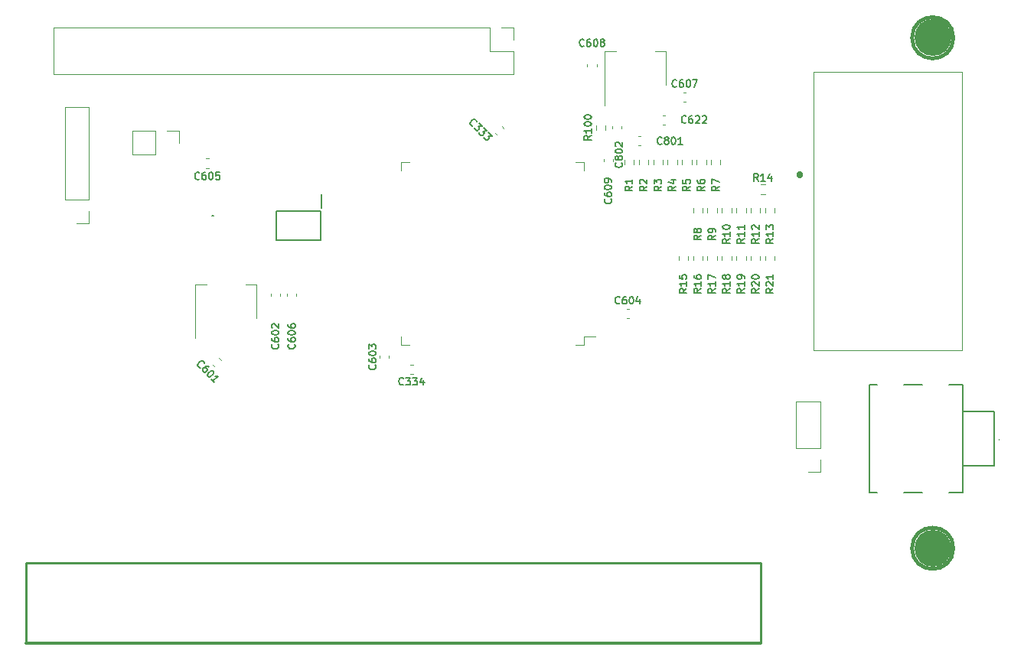
<source format=gbr>
%TF.GenerationSoftware,KiCad,Pcbnew,(6.0.5)*%
%TF.CreationDate,2023-02-09T13:46:23+02:00*%
%TF.ProjectId,minifp,6d696e69-6670-42e6-9b69-6361645f7063,rev?*%
%TF.SameCoordinates,Original*%
%TF.FileFunction,Legend,Top*%
%TF.FilePolarity,Positive*%
%FSLAX46Y46*%
G04 Gerber Fmt 4.6, Leading zero omitted, Abs format (unit mm)*
G04 Created by KiCad (PCBNEW (6.0.5)) date 2023-02-09 13:46:23*
%MOMM*%
%LPD*%
G01*
G04 APERTURE LIST*
%ADD10C,0.150000*%
%ADD11C,0.200000*%
%ADD12C,0.100000*%
%ADD13C,0.700000*%
%ADD14C,0.120000*%
%ADD15C,0.381000*%
%ADD16C,0.304800*%
%ADD17C,0.254000*%
%ADD18C,4.064000*%
G04 APERTURE END LIST*
D10*
%TO.C,R12*%
X190461904Y-109064285D02*
X190080952Y-109330952D01*
X190461904Y-109521428D02*
X189661904Y-109521428D01*
X189661904Y-109216666D01*
X189700000Y-109140476D01*
X189738095Y-109102380D01*
X189814285Y-109064285D01*
X189928571Y-109064285D01*
X190004761Y-109102380D01*
X190042857Y-109140476D01*
X190080952Y-109216666D01*
X190080952Y-109521428D01*
X190461904Y-108302380D02*
X190461904Y-108759523D01*
X190461904Y-108530952D02*
X189661904Y-108530952D01*
X189776190Y-108607142D01*
X189852380Y-108683333D01*
X189890476Y-108759523D01*
X189738095Y-107997619D02*
X189700000Y-107959523D01*
X189661904Y-107883333D01*
X189661904Y-107692857D01*
X189700000Y-107616666D01*
X189738095Y-107578571D01*
X189814285Y-107540476D01*
X189890476Y-107540476D01*
X190004761Y-107578571D01*
X190461904Y-108035714D01*
X190461904Y-107540476D01*
%TO.C,R9*%
X185661904Y-108683333D02*
X185280952Y-108950000D01*
X185661904Y-109140476D02*
X184861904Y-109140476D01*
X184861904Y-108835714D01*
X184900000Y-108759523D01*
X184938095Y-108721428D01*
X185014285Y-108683333D01*
X185128571Y-108683333D01*
X185204761Y-108721428D01*
X185242857Y-108759523D01*
X185280952Y-108835714D01*
X185280952Y-109140476D01*
X185661904Y-108302380D02*
X185661904Y-108150000D01*
X185623809Y-108073809D01*
X185585714Y-108035714D01*
X185471428Y-107959523D01*
X185319047Y-107921428D01*
X185014285Y-107921428D01*
X184938095Y-107959523D01*
X184900000Y-107997619D01*
X184861904Y-108073809D01*
X184861904Y-108226190D01*
X184900000Y-108302380D01*
X184938095Y-108340476D01*
X185014285Y-108378571D01*
X185204761Y-108378571D01*
X185280952Y-108340476D01*
X185319047Y-108302380D01*
X185357142Y-108226190D01*
X185357142Y-108073809D01*
X185319047Y-107997619D01*
X185280952Y-107959523D01*
X185204761Y-107921428D01*
%TO.C,R100*%
X171931904Y-97645238D02*
X171550952Y-97911904D01*
X171931904Y-98102380D02*
X171131904Y-98102380D01*
X171131904Y-97797619D01*
X171170000Y-97721428D01*
X171208095Y-97683333D01*
X171284285Y-97645238D01*
X171398571Y-97645238D01*
X171474761Y-97683333D01*
X171512857Y-97721428D01*
X171550952Y-97797619D01*
X171550952Y-98102380D01*
X171931904Y-96883333D02*
X171931904Y-97340476D01*
X171931904Y-97111904D02*
X171131904Y-97111904D01*
X171246190Y-97188095D01*
X171322380Y-97264285D01*
X171360476Y-97340476D01*
X171131904Y-96388095D02*
X171131904Y-96311904D01*
X171170000Y-96235714D01*
X171208095Y-96197619D01*
X171284285Y-96159523D01*
X171436666Y-96121428D01*
X171627142Y-96121428D01*
X171779523Y-96159523D01*
X171855714Y-96197619D01*
X171893809Y-96235714D01*
X171931904Y-96311904D01*
X171931904Y-96388095D01*
X171893809Y-96464285D01*
X171855714Y-96502380D01*
X171779523Y-96540476D01*
X171627142Y-96578571D01*
X171436666Y-96578571D01*
X171284285Y-96540476D01*
X171208095Y-96502380D01*
X171170000Y-96464285D01*
X171131904Y-96388095D01*
X171131904Y-95626190D02*
X171131904Y-95550000D01*
X171170000Y-95473809D01*
X171208095Y-95435714D01*
X171284285Y-95397619D01*
X171436666Y-95359523D01*
X171627142Y-95359523D01*
X171779523Y-95397619D01*
X171855714Y-95435714D01*
X171893809Y-95473809D01*
X171931904Y-95550000D01*
X171931904Y-95626190D01*
X171893809Y-95702380D01*
X171855714Y-95740476D01*
X171779523Y-95778571D01*
X171627142Y-95816666D01*
X171436666Y-95816666D01*
X171284285Y-95778571D01*
X171208095Y-95740476D01*
X171170000Y-95702380D01*
X171131904Y-95626190D01*
%TO.C,C603*%
X148035714Y-123045238D02*
X148073809Y-123083333D01*
X148111904Y-123197619D01*
X148111904Y-123273809D01*
X148073809Y-123388095D01*
X147997619Y-123464285D01*
X147921428Y-123502380D01*
X147769047Y-123540476D01*
X147654761Y-123540476D01*
X147502380Y-123502380D01*
X147426190Y-123464285D01*
X147350000Y-123388095D01*
X147311904Y-123273809D01*
X147311904Y-123197619D01*
X147350000Y-123083333D01*
X147388095Y-123045238D01*
X147311904Y-122359523D02*
X147311904Y-122511904D01*
X147350000Y-122588095D01*
X147388095Y-122626190D01*
X147502380Y-122702380D01*
X147654761Y-122740476D01*
X147959523Y-122740476D01*
X148035714Y-122702380D01*
X148073809Y-122664285D01*
X148111904Y-122588095D01*
X148111904Y-122435714D01*
X148073809Y-122359523D01*
X148035714Y-122321428D01*
X147959523Y-122283333D01*
X147769047Y-122283333D01*
X147692857Y-122321428D01*
X147654761Y-122359523D01*
X147616666Y-122435714D01*
X147616666Y-122588095D01*
X147654761Y-122664285D01*
X147692857Y-122702380D01*
X147769047Y-122740476D01*
X147311904Y-121788095D02*
X147311904Y-121711904D01*
X147350000Y-121635714D01*
X147388095Y-121597619D01*
X147464285Y-121559523D01*
X147616666Y-121521428D01*
X147807142Y-121521428D01*
X147959523Y-121559523D01*
X148035714Y-121597619D01*
X148073809Y-121635714D01*
X148111904Y-121711904D01*
X148111904Y-121788095D01*
X148073809Y-121864285D01*
X148035714Y-121902380D01*
X147959523Y-121940476D01*
X147807142Y-121978571D01*
X147616666Y-121978571D01*
X147464285Y-121940476D01*
X147388095Y-121902380D01*
X147350000Y-121864285D01*
X147311904Y-121788095D01*
X147311904Y-121254761D02*
X147311904Y-120759523D01*
X147616666Y-121026190D01*
X147616666Y-120911904D01*
X147654761Y-120835714D01*
X147692857Y-120797619D01*
X147769047Y-120759523D01*
X147959523Y-120759523D01*
X148035714Y-120797619D01*
X148073809Y-120835714D01*
X148111904Y-120911904D01*
X148111904Y-121140476D01*
X148073809Y-121216666D01*
X148035714Y-121254761D01*
%TO.C,C601*%
X128664940Y-123319001D02*
X128611065Y-123319001D01*
X128503316Y-123265126D01*
X128449441Y-123211251D01*
X128395566Y-123103502D01*
X128395566Y-122995752D01*
X128422503Y-122914940D01*
X128503316Y-122780253D01*
X128584128Y-122699441D01*
X128718815Y-122618629D01*
X128799627Y-122591691D01*
X128907377Y-122591691D01*
X129015126Y-122645566D01*
X129069001Y-122699441D01*
X129122876Y-122807190D01*
X129122876Y-122861065D01*
X129661624Y-123292064D02*
X129553874Y-123184314D01*
X129473062Y-123157377D01*
X129419187Y-123157377D01*
X129284500Y-123184314D01*
X129149813Y-123265126D01*
X128934314Y-123480625D01*
X128907377Y-123561438D01*
X128907377Y-123615312D01*
X128934314Y-123696125D01*
X129042064Y-123803874D01*
X129122876Y-123830812D01*
X129176751Y-123830812D01*
X129257563Y-123803874D01*
X129392250Y-123669187D01*
X129419187Y-123588375D01*
X129419187Y-123534500D01*
X129392250Y-123453688D01*
X129284500Y-123345938D01*
X129203688Y-123319001D01*
X129149813Y-123319001D01*
X129069001Y-123345938D01*
X130065685Y-123696125D02*
X130119560Y-123750000D01*
X130146497Y-123830812D01*
X130146497Y-123884687D01*
X130119560Y-123965499D01*
X130038748Y-124100186D01*
X129904061Y-124234873D01*
X129769374Y-124315685D01*
X129688561Y-124342622D01*
X129634687Y-124342622D01*
X129553874Y-124315685D01*
X129500000Y-124261810D01*
X129473062Y-124180998D01*
X129473062Y-124127123D01*
X129500000Y-124046311D01*
X129580812Y-123911624D01*
X129715499Y-123776937D01*
X129850186Y-123696125D01*
X129930998Y-123669187D01*
X129984873Y-123669187D01*
X130065685Y-123696125D01*
X130227309Y-124989120D02*
X129904061Y-124665871D01*
X130065685Y-124827496D02*
X130631370Y-124261810D01*
X130496683Y-124288748D01*
X130388934Y-124288748D01*
X130308122Y-124261810D01*
%TO.C,R6*%
X184461904Y-103258333D02*
X184080952Y-103525000D01*
X184461904Y-103715476D02*
X183661904Y-103715476D01*
X183661904Y-103410714D01*
X183700000Y-103334523D01*
X183738095Y-103296428D01*
X183814285Y-103258333D01*
X183928571Y-103258333D01*
X184004761Y-103296428D01*
X184042857Y-103334523D01*
X184080952Y-103410714D01*
X184080952Y-103715476D01*
X183661904Y-102572619D02*
X183661904Y-102725000D01*
X183700000Y-102801190D01*
X183738095Y-102839285D01*
X183852380Y-102915476D01*
X184004761Y-102953571D01*
X184309523Y-102953571D01*
X184385714Y-102915476D01*
X184423809Y-102877380D01*
X184461904Y-102801190D01*
X184461904Y-102648809D01*
X184423809Y-102572619D01*
X184385714Y-102534523D01*
X184309523Y-102496428D01*
X184119047Y-102496428D01*
X184042857Y-102534523D01*
X184004761Y-102572619D01*
X183966666Y-102648809D01*
X183966666Y-102801190D01*
X184004761Y-102877380D01*
X184042857Y-102915476D01*
X184119047Y-102953571D01*
%TO.C,C334*%
X151154761Y-125185714D02*
X151116666Y-125223809D01*
X151002380Y-125261904D01*
X150926190Y-125261904D01*
X150811904Y-125223809D01*
X150735714Y-125147619D01*
X150697619Y-125071428D01*
X150659523Y-124919047D01*
X150659523Y-124804761D01*
X150697619Y-124652380D01*
X150735714Y-124576190D01*
X150811904Y-124500000D01*
X150926190Y-124461904D01*
X151002380Y-124461904D01*
X151116666Y-124500000D01*
X151154761Y-124538095D01*
X151421428Y-124461904D02*
X151916666Y-124461904D01*
X151650000Y-124766666D01*
X151764285Y-124766666D01*
X151840476Y-124804761D01*
X151878571Y-124842857D01*
X151916666Y-124919047D01*
X151916666Y-125109523D01*
X151878571Y-125185714D01*
X151840476Y-125223809D01*
X151764285Y-125261904D01*
X151535714Y-125261904D01*
X151459523Y-125223809D01*
X151421428Y-125185714D01*
X152183333Y-124461904D02*
X152678571Y-124461904D01*
X152411904Y-124766666D01*
X152526190Y-124766666D01*
X152602380Y-124804761D01*
X152640476Y-124842857D01*
X152678571Y-124919047D01*
X152678571Y-125109523D01*
X152640476Y-125185714D01*
X152602380Y-125223809D01*
X152526190Y-125261904D01*
X152297619Y-125261904D01*
X152221428Y-125223809D01*
X152183333Y-125185714D01*
X153364285Y-124728571D02*
X153364285Y-125261904D01*
X153173809Y-124423809D02*
X152983333Y-124995238D01*
X153478571Y-124995238D01*
%TO.C,R21*%
X192061904Y-114589285D02*
X191680952Y-114855952D01*
X192061904Y-115046428D02*
X191261904Y-115046428D01*
X191261904Y-114741666D01*
X191300000Y-114665476D01*
X191338095Y-114627380D01*
X191414285Y-114589285D01*
X191528571Y-114589285D01*
X191604761Y-114627380D01*
X191642857Y-114665476D01*
X191680952Y-114741666D01*
X191680952Y-115046428D01*
X191338095Y-114284523D02*
X191300000Y-114246428D01*
X191261904Y-114170238D01*
X191261904Y-113979761D01*
X191300000Y-113903571D01*
X191338095Y-113865476D01*
X191414285Y-113827380D01*
X191490476Y-113827380D01*
X191604761Y-113865476D01*
X192061904Y-114322619D01*
X192061904Y-113827380D01*
X192061904Y-113065476D02*
X192061904Y-113522619D01*
X192061904Y-113294047D02*
X191261904Y-113294047D01*
X191376190Y-113370238D01*
X191452380Y-113446428D01*
X191490476Y-113522619D01*
%TO.C,R16*%
X184061904Y-114589285D02*
X183680952Y-114855952D01*
X184061904Y-115046428D02*
X183261904Y-115046428D01*
X183261904Y-114741666D01*
X183300000Y-114665476D01*
X183338095Y-114627380D01*
X183414285Y-114589285D01*
X183528571Y-114589285D01*
X183604761Y-114627380D01*
X183642857Y-114665476D01*
X183680952Y-114741666D01*
X183680952Y-115046428D01*
X184061904Y-113827380D02*
X184061904Y-114284523D01*
X184061904Y-114055952D02*
X183261904Y-114055952D01*
X183376190Y-114132142D01*
X183452380Y-114208333D01*
X183490476Y-114284523D01*
X183261904Y-113141666D02*
X183261904Y-113294047D01*
X183300000Y-113370238D01*
X183338095Y-113408333D01*
X183452380Y-113484523D01*
X183604761Y-113522619D01*
X183909523Y-113522619D01*
X183985714Y-113484523D01*
X184023809Y-113446428D01*
X184061904Y-113370238D01*
X184061904Y-113217857D01*
X184023809Y-113141666D01*
X183985714Y-113103571D01*
X183909523Y-113065476D01*
X183719047Y-113065476D01*
X183642857Y-113103571D01*
X183604761Y-113141666D01*
X183566666Y-113217857D01*
X183566666Y-113370238D01*
X183604761Y-113446428D01*
X183642857Y-113484523D01*
X183719047Y-113522619D01*
%TO.C,R1*%
X176461904Y-103258333D02*
X176080952Y-103525000D01*
X176461904Y-103715476D02*
X175661904Y-103715476D01*
X175661904Y-103410714D01*
X175700000Y-103334523D01*
X175738095Y-103296428D01*
X175814285Y-103258333D01*
X175928571Y-103258333D01*
X176004761Y-103296428D01*
X176042857Y-103334523D01*
X176080952Y-103410714D01*
X176080952Y-103715476D01*
X176461904Y-102496428D02*
X176461904Y-102953571D01*
X176461904Y-102725000D02*
X175661904Y-102725000D01*
X175776190Y-102801190D01*
X175852380Y-102877380D01*
X175890476Y-102953571D01*
%TO.C,C602*%
X137285714Y-120770238D02*
X137323809Y-120808333D01*
X137361904Y-120922619D01*
X137361904Y-120998809D01*
X137323809Y-121113095D01*
X137247619Y-121189285D01*
X137171428Y-121227380D01*
X137019047Y-121265476D01*
X136904761Y-121265476D01*
X136752380Y-121227380D01*
X136676190Y-121189285D01*
X136600000Y-121113095D01*
X136561904Y-120998809D01*
X136561904Y-120922619D01*
X136600000Y-120808333D01*
X136638095Y-120770238D01*
X136561904Y-120084523D02*
X136561904Y-120236904D01*
X136600000Y-120313095D01*
X136638095Y-120351190D01*
X136752380Y-120427380D01*
X136904761Y-120465476D01*
X137209523Y-120465476D01*
X137285714Y-120427380D01*
X137323809Y-120389285D01*
X137361904Y-120313095D01*
X137361904Y-120160714D01*
X137323809Y-120084523D01*
X137285714Y-120046428D01*
X137209523Y-120008333D01*
X137019047Y-120008333D01*
X136942857Y-120046428D01*
X136904761Y-120084523D01*
X136866666Y-120160714D01*
X136866666Y-120313095D01*
X136904761Y-120389285D01*
X136942857Y-120427380D01*
X137019047Y-120465476D01*
X136561904Y-119513095D02*
X136561904Y-119436904D01*
X136600000Y-119360714D01*
X136638095Y-119322619D01*
X136714285Y-119284523D01*
X136866666Y-119246428D01*
X137057142Y-119246428D01*
X137209523Y-119284523D01*
X137285714Y-119322619D01*
X137323809Y-119360714D01*
X137361904Y-119436904D01*
X137361904Y-119513095D01*
X137323809Y-119589285D01*
X137285714Y-119627380D01*
X137209523Y-119665476D01*
X137057142Y-119703571D01*
X136866666Y-119703571D01*
X136714285Y-119665476D01*
X136638095Y-119627380D01*
X136600000Y-119589285D01*
X136561904Y-119513095D01*
X136638095Y-118941666D02*
X136600000Y-118903571D01*
X136561904Y-118827380D01*
X136561904Y-118636904D01*
X136600000Y-118560714D01*
X136638095Y-118522619D01*
X136714285Y-118484523D01*
X136790476Y-118484523D01*
X136904761Y-118522619D01*
X137361904Y-118979761D01*
X137361904Y-118484523D01*
%TO.C,R17*%
X185661904Y-114589285D02*
X185280952Y-114855952D01*
X185661904Y-115046428D02*
X184861904Y-115046428D01*
X184861904Y-114741666D01*
X184900000Y-114665476D01*
X184938095Y-114627380D01*
X185014285Y-114589285D01*
X185128571Y-114589285D01*
X185204761Y-114627380D01*
X185242857Y-114665476D01*
X185280952Y-114741666D01*
X185280952Y-115046428D01*
X185661904Y-113827380D02*
X185661904Y-114284523D01*
X185661904Y-114055952D02*
X184861904Y-114055952D01*
X184976190Y-114132142D01*
X185052380Y-114208333D01*
X185090476Y-114284523D01*
X184861904Y-113560714D02*
X184861904Y-113027380D01*
X185661904Y-113370238D01*
%TO.C,C604*%
X175054761Y-116205714D02*
X175016666Y-116243809D01*
X174902380Y-116281904D01*
X174826190Y-116281904D01*
X174711904Y-116243809D01*
X174635714Y-116167619D01*
X174597619Y-116091428D01*
X174559523Y-115939047D01*
X174559523Y-115824761D01*
X174597619Y-115672380D01*
X174635714Y-115596190D01*
X174711904Y-115520000D01*
X174826190Y-115481904D01*
X174902380Y-115481904D01*
X175016666Y-115520000D01*
X175054761Y-115558095D01*
X175740476Y-115481904D02*
X175588095Y-115481904D01*
X175511904Y-115520000D01*
X175473809Y-115558095D01*
X175397619Y-115672380D01*
X175359523Y-115824761D01*
X175359523Y-116129523D01*
X175397619Y-116205714D01*
X175435714Y-116243809D01*
X175511904Y-116281904D01*
X175664285Y-116281904D01*
X175740476Y-116243809D01*
X175778571Y-116205714D01*
X175816666Y-116129523D01*
X175816666Y-115939047D01*
X175778571Y-115862857D01*
X175740476Y-115824761D01*
X175664285Y-115786666D01*
X175511904Y-115786666D01*
X175435714Y-115824761D01*
X175397619Y-115862857D01*
X175359523Y-115939047D01*
X176311904Y-115481904D02*
X176388095Y-115481904D01*
X176464285Y-115520000D01*
X176502380Y-115558095D01*
X176540476Y-115634285D01*
X176578571Y-115786666D01*
X176578571Y-115977142D01*
X176540476Y-116129523D01*
X176502380Y-116205714D01*
X176464285Y-116243809D01*
X176388095Y-116281904D01*
X176311904Y-116281904D01*
X176235714Y-116243809D01*
X176197619Y-116205714D01*
X176159523Y-116129523D01*
X176121428Y-115977142D01*
X176121428Y-115786666D01*
X176159523Y-115634285D01*
X176197619Y-115558095D01*
X176235714Y-115520000D01*
X176311904Y-115481904D01*
X177264285Y-115748571D02*
X177264285Y-116281904D01*
X177073809Y-115443809D02*
X176883333Y-116015238D01*
X177378571Y-116015238D01*
%TO.C,R5*%
X182861904Y-103258333D02*
X182480952Y-103525000D01*
X182861904Y-103715476D02*
X182061904Y-103715476D01*
X182061904Y-103410714D01*
X182100000Y-103334523D01*
X182138095Y-103296428D01*
X182214285Y-103258333D01*
X182328571Y-103258333D01*
X182404761Y-103296428D01*
X182442857Y-103334523D01*
X182480952Y-103410714D01*
X182480952Y-103715476D01*
X182061904Y-102534523D02*
X182061904Y-102915476D01*
X182442857Y-102953571D01*
X182404761Y-102915476D01*
X182366666Y-102839285D01*
X182366666Y-102648809D01*
X182404761Y-102572619D01*
X182442857Y-102534523D01*
X182519047Y-102496428D01*
X182709523Y-102496428D01*
X182785714Y-102534523D01*
X182823809Y-102572619D01*
X182861904Y-102648809D01*
X182861904Y-102839285D01*
X182823809Y-102915476D01*
X182785714Y-102953571D01*
%TO.C,C609*%
X174085714Y-104670238D02*
X174123809Y-104708333D01*
X174161904Y-104822619D01*
X174161904Y-104898809D01*
X174123809Y-105013095D01*
X174047619Y-105089285D01*
X173971428Y-105127380D01*
X173819047Y-105165476D01*
X173704761Y-105165476D01*
X173552380Y-105127380D01*
X173476190Y-105089285D01*
X173400000Y-105013095D01*
X173361904Y-104898809D01*
X173361904Y-104822619D01*
X173400000Y-104708333D01*
X173438095Y-104670238D01*
X173361904Y-103984523D02*
X173361904Y-104136904D01*
X173400000Y-104213095D01*
X173438095Y-104251190D01*
X173552380Y-104327380D01*
X173704761Y-104365476D01*
X174009523Y-104365476D01*
X174085714Y-104327380D01*
X174123809Y-104289285D01*
X174161904Y-104213095D01*
X174161904Y-104060714D01*
X174123809Y-103984523D01*
X174085714Y-103946428D01*
X174009523Y-103908333D01*
X173819047Y-103908333D01*
X173742857Y-103946428D01*
X173704761Y-103984523D01*
X173666666Y-104060714D01*
X173666666Y-104213095D01*
X173704761Y-104289285D01*
X173742857Y-104327380D01*
X173819047Y-104365476D01*
X173361904Y-103413095D02*
X173361904Y-103336904D01*
X173400000Y-103260714D01*
X173438095Y-103222619D01*
X173514285Y-103184523D01*
X173666666Y-103146428D01*
X173857142Y-103146428D01*
X174009523Y-103184523D01*
X174085714Y-103222619D01*
X174123809Y-103260714D01*
X174161904Y-103336904D01*
X174161904Y-103413095D01*
X174123809Y-103489285D01*
X174085714Y-103527380D01*
X174009523Y-103565476D01*
X173857142Y-103603571D01*
X173666666Y-103603571D01*
X173514285Y-103565476D01*
X173438095Y-103527380D01*
X173400000Y-103489285D01*
X173361904Y-103413095D01*
X174161904Y-102765476D02*
X174161904Y-102613095D01*
X174123809Y-102536904D01*
X174085714Y-102498809D01*
X173971428Y-102422619D01*
X173819047Y-102384523D01*
X173514285Y-102384523D01*
X173438095Y-102422619D01*
X173400000Y-102460714D01*
X173361904Y-102536904D01*
X173361904Y-102689285D01*
X173400000Y-102765476D01*
X173438095Y-102803571D01*
X173514285Y-102841666D01*
X173704761Y-102841666D01*
X173780952Y-102803571D01*
X173819047Y-102765476D01*
X173857142Y-102689285D01*
X173857142Y-102536904D01*
X173819047Y-102460714D01*
X173780952Y-102422619D01*
X173704761Y-102384523D01*
%TO.C,R15*%
X182461904Y-114589285D02*
X182080952Y-114855952D01*
X182461904Y-115046428D02*
X181661904Y-115046428D01*
X181661904Y-114741666D01*
X181700000Y-114665476D01*
X181738095Y-114627380D01*
X181814285Y-114589285D01*
X181928571Y-114589285D01*
X182004761Y-114627380D01*
X182042857Y-114665476D01*
X182080952Y-114741666D01*
X182080952Y-115046428D01*
X182461904Y-113827380D02*
X182461904Y-114284523D01*
X182461904Y-114055952D02*
X181661904Y-114055952D01*
X181776190Y-114132142D01*
X181852380Y-114208333D01*
X181890476Y-114284523D01*
X181661904Y-113103571D02*
X181661904Y-113484523D01*
X182042857Y-113522619D01*
X182004761Y-113484523D01*
X181966666Y-113408333D01*
X181966666Y-113217857D01*
X182004761Y-113141666D01*
X182042857Y-113103571D01*
X182119047Y-113065476D01*
X182309523Y-113065476D01*
X182385714Y-113103571D01*
X182423809Y-113141666D01*
X182461904Y-113217857D01*
X182461904Y-113408333D01*
X182423809Y-113484523D01*
X182385714Y-113522619D01*
%TO.C,C802*%
X175285714Y-100645238D02*
X175323809Y-100683333D01*
X175361904Y-100797619D01*
X175361904Y-100873809D01*
X175323809Y-100988095D01*
X175247619Y-101064285D01*
X175171428Y-101102380D01*
X175019047Y-101140476D01*
X174904761Y-101140476D01*
X174752380Y-101102380D01*
X174676190Y-101064285D01*
X174600000Y-100988095D01*
X174561904Y-100873809D01*
X174561904Y-100797619D01*
X174600000Y-100683333D01*
X174638095Y-100645238D01*
X174904761Y-100188095D02*
X174866666Y-100264285D01*
X174828571Y-100302380D01*
X174752380Y-100340476D01*
X174714285Y-100340476D01*
X174638095Y-100302380D01*
X174600000Y-100264285D01*
X174561904Y-100188095D01*
X174561904Y-100035714D01*
X174600000Y-99959523D01*
X174638095Y-99921428D01*
X174714285Y-99883333D01*
X174752380Y-99883333D01*
X174828571Y-99921428D01*
X174866666Y-99959523D01*
X174904761Y-100035714D01*
X174904761Y-100188095D01*
X174942857Y-100264285D01*
X174980952Y-100302380D01*
X175057142Y-100340476D01*
X175209523Y-100340476D01*
X175285714Y-100302380D01*
X175323809Y-100264285D01*
X175361904Y-100188095D01*
X175361904Y-100035714D01*
X175323809Y-99959523D01*
X175285714Y-99921428D01*
X175209523Y-99883333D01*
X175057142Y-99883333D01*
X174980952Y-99921428D01*
X174942857Y-99959523D01*
X174904761Y-100035714D01*
X174561904Y-99388095D02*
X174561904Y-99311904D01*
X174600000Y-99235714D01*
X174638095Y-99197619D01*
X174714285Y-99159523D01*
X174866666Y-99121428D01*
X175057142Y-99121428D01*
X175209523Y-99159523D01*
X175285714Y-99197619D01*
X175323809Y-99235714D01*
X175361904Y-99311904D01*
X175361904Y-99388095D01*
X175323809Y-99464285D01*
X175285714Y-99502380D01*
X175209523Y-99540476D01*
X175057142Y-99578571D01*
X174866666Y-99578571D01*
X174714285Y-99540476D01*
X174638095Y-99502380D01*
X174600000Y-99464285D01*
X174561904Y-99388095D01*
X174638095Y-98816666D02*
X174600000Y-98778571D01*
X174561904Y-98702380D01*
X174561904Y-98511904D01*
X174600000Y-98435714D01*
X174638095Y-98397619D01*
X174714285Y-98359523D01*
X174790476Y-98359523D01*
X174904761Y-98397619D01*
X175361904Y-98854761D01*
X175361904Y-98359523D01*
%TO.C,C622*%
X182404761Y-96185714D02*
X182366666Y-96223809D01*
X182252380Y-96261904D01*
X182176190Y-96261904D01*
X182061904Y-96223809D01*
X181985714Y-96147619D01*
X181947619Y-96071428D01*
X181909523Y-95919047D01*
X181909523Y-95804761D01*
X181947619Y-95652380D01*
X181985714Y-95576190D01*
X182061904Y-95500000D01*
X182176190Y-95461904D01*
X182252380Y-95461904D01*
X182366666Y-95500000D01*
X182404761Y-95538095D01*
X183090476Y-95461904D02*
X182938095Y-95461904D01*
X182861904Y-95500000D01*
X182823809Y-95538095D01*
X182747619Y-95652380D01*
X182709523Y-95804761D01*
X182709523Y-96109523D01*
X182747619Y-96185714D01*
X182785714Y-96223809D01*
X182861904Y-96261904D01*
X183014285Y-96261904D01*
X183090476Y-96223809D01*
X183128571Y-96185714D01*
X183166666Y-96109523D01*
X183166666Y-95919047D01*
X183128571Y-95842857D01*
X183090476Y-95804761D01*
X183014285Y-95766666D01*
X182861904Y-95766666D01*
X182785714Y-95804761D01*
X182747619Y-95842857D01*
X182709523Y-95919047D01*
X183471428Y-95538095D02*
X183509523Y-95500000D01*
X183585714Y-95461904D01*
X183776190Y-95461904D01*
X183852380Y-95500000D01*
X183890476Y-95538095D01*
X183928571Y-95614285D01*
X183928571Y-95690476D01*
X183890476Y-95804761D01*
X183433333Y-96261904D01*
X183928571Y-96261904D01*
X184233333Y-95538095D02*
X184271428Y-95500000D01*
X184347619Y-95461904D01*
X184538095Y-95461904D01*
X184614285Y-95500000D01*
X184652380Y-95538095D01*
X184690476Y-95614285D01*
X184690476Y-95690476D01*
X184652380Y-95804761D01*
X184195238Y-96261904D01*
X184690476Y-96261904D01*
%TO.C,C606*%
X139085714Y-120770238D02*
X139123809Y-120808333D01*
X139161904Y-120922619D01*
X139161904Y-120998809D01*
X139123809Y-121113095D01*
X139047619Y-121189285D01*
X138971428Y-121227380D01*
X138819047Y-121265476D01*
X138704761Y-121265476D01*
X138552380Y-121227380D01*
X138476190Y-121189285D01*
X138400000Y-121113095D01*
X138361904Y-120998809D01*
X138361904Y-120922619D01*
X138400000Y-120808333D01*
X138438095Y-120770238D01*
X138361904Y-120084523D02*
X138361904Y-120236904D01*
X138400000Y-120313095D01*
X138438095Y-120351190D01*
X138552380Y-120427380D01*
X138704761Y-120465476D01*
X139009523Y-120465476D01*
X139085714Y-120427380D01*
X139123809Y-120389285D01*
X139161904Y-120313095D01*
X139161904Y-120160714D01*
X139123809Y-120084523D01*
X139085714Y-120046428D01*
X139009523Y-120008333D01*
X138819047Y-120008333D01*
X138742857Y-120046428D01*
X138704761Y-120084523D01*
X138666666Y-120160714D01*
X138666666Y-120313095D01*
X138704761Y-120389285D01*
X138742857Y-120427380D01*
X138819047Y-120465476D01*
X138361904Y-119513095D02*
X138361904Y-119436904D01*
X138400000Y-119360714D01*
X138438095Y-119322619D01*
X138514285Y-119284523D01*
X138666666Y-119246428D01*
X138857142Y-119246428D01*
X139009523Y-119284523D01*
X139085714Y-119322619D01*
X139123809Y-119360714D01*
X139161904Y-119436904D01*
X139161904Y-119513095D01*
X139123809Y-119589285D01*
X139085714Y-119627380D01*
X139009523Y-119665476D01*
X138857142Y-119703571D01*
X138666666Y-119703571D01*
X138514285Y-119665476D01*
X138438095Y-119627380D01*
X138400000Y-119589285D01*
X138361904Y-119513095D01*
X138361904Y-118560714D02*
X138361904Y-118713095D01*
X138400000Y-118789285D01*
X138438095Y-118827380D01*
X138552380Y-118903571D01*
X138704761Y-118941666D01*
X139009523Y-118941666D01*
X139085714Y-118903571D01*
X139123809Y-118865476D01*
X139161904Y-118789285D01*
X139161904Y-118636904D01*
X139123809Y-118560714D01*
X139085714Y-118522619D01*
X139009523Y-118484523D01*
X138819047Y-118484523D01*
X138742857Y-118522619D01*
X138704761Y-118560714D01*
X138666666Y-118636904D01*
X138666666Y-118789285D01*
X138704761Y-118865476D01*
X138742857Y-118903571D01*
X138819047Y-118941666D01*
%TO.C,R14*%
X190385714Y-102661904D02*
X190119047Y-102280952D01*
X189928571Y-102661904D02*
X189928571Y-101861904D01*
X190233333Y-101861904D01*
X190309523Y-101900000D01*
X190347619Y-101938095D01*
X190385714Y-102014285D01*
X190385714Y-102128571D01*
X190347619Y-102204761D01*
X190309523Y-102242857D01*
X190233333Y-102280952D01*
X189928571Y-102280952D01*
X191147619Y-102661904D02*
X190690476Y-102661904D01*
X190919047Y-102661904D02*
X190919047Y-101861904D01*
X190842857Y-101976190D01*
X190766666Y-102052380D01*
X190690476Y-102090476D01*
X191833333Y-102128571D02*
X191833333Y-102661904D01*
X191642857Y-101823809D02*
X191452380Y-102395238D01*
X191947619Y-102395238D01*
%TO.C,C608*%
X171104761Y-87685714D02*
X171066666Y-87723809D01*
X170952380Y-87761904D01*
X170876190Y-87761904D01*
X170761904Y-87723809D01*
X170685714Y-87647619D01*
X170647619Y-87571428D01*
X170609523Y-87419047D01*
X170609523Y-87304761D01*
X170647619Y-87152380D01*
X170685714Y-87076190D01*
X170761904Y-87000000D01*
X170876190Y-86961904D01*
X170952380Y-86961904D01*
X171066666Y-87000000D01*
X171104761Y-87038095D01*
X171790476Y-86961904D02*
X171638095Y-86961904D01*
X171561904Y-87000000D01*
X171523809Y-87038095D01*
X171447619Y-87152380D01*
X171409523Y-87304761D01*
X171409523Y-87609523D01*
X171447619Y-87685714D01*
X171485714Y-87723809D01*
X171561904Y-87761904D01*
X171714285Y-87761904D01*
X171790476Y-87723809D01*
X171828571Y-87685714D01*
X171866666Y-87609523D01*
X171866666Y-87419047D01*
X171828571Y-87342857D01*
X171790476Y-87304761D01*
X171714285Y-87266666D01*
X171561904Y-87266666D01*
X171485714Y-87304761D01*
X171447619Y-87342857D01*
X171409523Y-87419047D01*
X172361904Y-86961904D02*
X172438095Y-86961904D01*
X172514285Y-87000000D01*
X172552380Y-87038095D01*
X172590476Y-87114285D01*
X172628571Y-87266666D01*
X172628571Y-87457142D01*
X172590476Y-87609523D01*
X172552380Y-87685714D01*
X172514285Y-87723809D01*
X172438095Y-87761904D01*
X172361904Y-87761904D01*
X172285714Y-87723809D01*
X172247619Y-87685714D01*
X172209523Y-87609523D01*
X172171428Y-87457142D01*
X172171428Y-87266666D01*
X172209523Y-87114285D01*
X172247619Y-87038095D01*
X172285714Y-87000000D01*
X172361904Y-86961904D01*
X173085714Y-87304761D02*
X173009523Y-87266666D01*
X172971428Y-87228571D01*
X172933333Y-87152380D01*
X172933333Y-87114285D01*
X172971428Y-87038095D01*
X173009523Y-87000000D01*
X173085714Y-86961904D01*
X173238095Y-86961904D01*
X173314285Y-87000000D01*
X173352380Y-87038095D01*
X173390476Y-87114285D01*
X173390476Y-87152380D01*
X173352380Y-87228571D01*
X173314285Y-87266666D01*
X173238095Y-87304761D01*
X173085714Y-87304761D01*
X173009523Y-87342857D01*
X172971428Y-87380952D01*
X172933333Y-87457142D01*
X172933333Y-87609523D01*
X172971428Y-87685714D01*
X173009523Y-87723809D01*
X173085714Y-87761904D01*
X173238095Y-87761904D01*
X173314285Y-87723809D01*
X173352380Y-87685714D01*
X173390476Y-87609523D01*
X173390476Y-87457142D01*
X173352380Y-87380952D01*
X173314285Y-87342857D01*
X173238095Y-87304761D01*
%TO.C,R8*%
X184061904Y-108683333D02*
X183680952Y-108950000D01*
X184061904Y-109140476D02*
X183261904Y-109140476D01*
X183261904Y-108835714D01*
X183300000Y-108759523D01*
X183338095Y-108721428D01*
X183414285Y-108683333D01*
X183528571Y-108683333D01*
X183604761Y-108721428D01*
X183642857Y-108759523D01*
X183680952Y-108835714D01*
X183680952Y-109140476D01*
X183604761Y-108226190D02*
X183566666Y-108302380D01*
X183528571Y-108340476D01*
X183452380Y-108378571D01*
X183414285Y-108378571D01*
X183338095Y-108340476D01*
X183300000Y-108302380D01*
X183261904Y-108226190D01*
X183261904Y-108073809D01*
X183300000Y-107997619D01*
X183338095Y-107959523D01*
X183414285Y-107921428D01*
X183452380Y-107921428D01*
X183528571Y-107959523D01*
X183566666Y-107997619D01*
X183604761Y-108073809D01*
X183604761Y-108226190D01*
X183642857Y-108302380D01*
X183680952Y-108340476D01*
X183757142Y-108378571D01*
X183909523Y-108378571D01*
X183985714Y-108340476D01*
X184023809Y-108302380D01*
X184061904Y-108226190D01*
X184061904Y-108073809D01*
X184023809Y-107997619D01*
X183985714Y-107959523D01*
X183909523Y-107921428D01*
X183757142Y-107921428D01*
X183680952Y-107959523D01*
X183642857Y-107997619D01*
X183604761Y-108073809D01*
%TO.C,R7*%
X186061904Y-103258333D02*
X185680952Y-103525000D01*
X186061904Y-103715476D02*
X185261904Y-103715476D01*
X185261904Y-103410714D01*
X185300000Y-103334523D01*
X185338095Y-103296428D01*
X185414285Y-103258333D01*
X185528571Y-103258333D01*
X185604761Y-103296428D01*
X185642857Y-103334523D01*
X185680952Y-103410714D01*
X185680952Y-103715476D01*
X185261904Y-102991666D02*
X185261904Y-102458333D01*
X186061904Y-102801190D01*
%TO.C,R19*%
X188861904Y-114589285D02*
X188480952Y-114855952D01*
X188861904Y-115046428D02*
X188061904Y-115046428D01*
X188061904Y-114741666D01*
X188100000Y-114665476D01*
X188138095Y-114627380D01*
X188214285Y-114589285D01*
X188328571Y-114589285D01*
X188404761Y-114627380D01*
X188442857Y-114665476D01*
X188480952Y-114741666D01*
X188480952Y-115046428D01*
X188861904Y-113827380D02*
X188861904Y-114284523D01*
X188861904Y-114055952D02*
X188061904Y-114055952D01*
X188176190Y-114132142D01*
X188252380Y-114208333D01*
X188290476Y-114284523D01*
X188861904Y-113446428D02*
X188861904Y-113294047D01*
X188823809Y-113217857D01*
X188785714Y-113179761D01*
X188671428Y-113103571D01*
X188519047Y-113065476D01*
X188214285Y-113065476D01*
X188138095Y-113103571D01*
X188100000Y-113141666D01*
X188061904Y-113217857D01*
X188061904Y-113370238D01*
X188100000Y-113446428D01*
X188138095Y-113484523D01*
X188214285Y-113522619D01*
X188404761Y-113522619D01*
X188480952Y-113484523D01*
X188519047Y-113446428D01*
X188557142Y-113370238D01*
X188557142Y-113217857D01*
X188519047Y-113141666D01*
X188480952Y-113103571D01*
X188404761Y-113065476D01*
%TO.C,R13*%
X192061904Y-109064285D02*
X191680952Y-109330952D01*
X192061904Y-109521428D02*
X191261904Y-109521428D01*
X191261904Y-109216666D01*
X191300000Y-109140476D01*
X191338095Y-109102380D01*
X191414285Y-109064285D01*
X191528571Y-109064285D01*
X191604761Y-109102380D01*
X191642857Y-109140476D01*
X191680952Y-109216666D01*
X191680952Y-109521428D01*
X192061904Y-108302380D02*
X192061904Y-108759523D01*
X192061904Y-108530952D02*
X191261904Y-108530952D01*
X191376190Y-108607142D01*
X191452380Y-108683333D01*
X191490476Y-108759523D01*
X191261904Y-108035714D02*
X191261904Y-107540476D01*
X191566666Y-107807142D01*
X191566666Y-107692857D01*
X191604761Y-107616666D01*
X191642857Y-107578571D01*
X191719047Y-107540476D01*
X191909523Y-107540476D01*
X191985714Y-107578571D01*
X192023809Y-107616666D01*
X192061904Y-107692857D01*
X192061904Y-107921428D01*
X192023809Y-107997619D01*
X191985714Y-108035714D01*
%TO.C,R4*%
X181261904Y-103258333D02*
X180880952Y-103525000D01*
X181261904Y-103715476D02*
X180461904Y-103715476D01*
X180461904Y-103410714D01*
X180500000Y-103334523D01*
X180538095Y-103296428D01*
X180614285Y-103258333D01*
X180728571Y-103258333D01*
X180804761Y-103296428D01*
X180842857Y-103334523D01*
X180880952Y-103410714D01*
X180880952Y-103715476D01*
X180728571Y-102572619D02*
X181261904Y-102572619D01*
X180423809Y-102763095D02*
X180995238Y-102953571D01*
X180995238Y-102458333D01*
%TO.C,C605*%
X128554761Y-102427725D02*
X128516666Y-102465820D01*
X128402380Y-102503915D01*
X128326190Y-102503915D01*
X128211904Y-102465820D01*
X128135714Y-102389630D01*
X128097619Y-102313439D01*
X128059523Y-102161058D01*
X128059523Y-102046772D01*
X128097619Y-101894391D01*
X128135714Y-101818201D01*
X128211904Y-101742011D01*
X128326190Y-101703915D01*
X128402380Y-101703915D01*
X128516666Y-101742011D01*
X128554761Y-101780106D01*
X129240476Y-101703915D02*
X129088095Y-101703915D01*
X129011904Y-101742011D01*
X128973809Y-101780106D01*
X128897619Y-101894391D01*
X128859523Y-102046772D01*
X128859523Y-102351534D01*
X128897619Y-102427725D01*
X128935714Y-102465820D01*
X129011904Y-102503915D01*
X129164285Y-102503915D01*
X129240476Y-102465820D01*
X129278571Y-102427725D01*
X129316666Y-102351534D01*
X129316666Y-102161058D01*
X129278571Y-102084868D01*
X129240476Y-102046772D01*
X129164285Y-102008677D01*
X129011904Y-102008677D01*
X128935714Y-102046772D01*
X128897619Y-102084868D01*
X128859523Y-102161058D01*
X129811904Y-101703915D02*
X129888095Y-101703915D01*
X129964285Y-101742011D01*
X130002380Y-101780106D01*
X130040476Y-101856296D01*
X130078571Y-102008677D01*
X130078571Y-102199153D01*
X130040476Y-102351534D01*
X130002380Y-102427725D01*
X129964285Y-102465820D01*
X129888095Y-102503915D01*
X129811904Y-102503915D01*
X129735714Y-102465820D01*
X129697619Y-102427725D01*
X129659523Y-102351534D01*
X129621428Y-102199153D01*
X129621428Y-102008677D01*
X129659523Y-101856296D01*
X129697619Y-101780106D01*
X129735714Y-101742011D01*
X129811904Y-101703915D01*
X130802380Y-101703915D02*
X130421428Y-101703915D01*
X130383333Y-102084868D01*
X130421428Y-102046772D01*
X130497619Y-102008677D01*
X130688095Y-102008677D01*
X130764285Y-102046772D01*
X130802380Y-102084868D01*
X130840476Y-102161058D01*
X130840476Y-102351534D01*
X130802380Y-102427725D01*
X130764285Y-102465820D01*
X130688095Y-102503915D01*
X130497619Y-102503915D01*
X130421428Y-102465820D01*
X130383333Y-102427725D01*
%TO.C,R20*%
X190461904Y-114589285D02*
X190080952Y-114855952D01*
X190461904Y-115046428D02*
X189661904Y-115046428D01*
X189661904Y-114741666D01*
X189700000Y-114665476D01*
X189738095Y-114627380D01*
X189814285Y-114589285D01*
X189928571Y-114589285D01*
X190004761Y-114627380D01*
X190042857Y-114665476D01*
X190080952Y-114741666D01*
X190080952Y-115046428D01*
X189738095Y-114284523D02*
X189700000Y-114246428D01*
X189661904Y-114170238D01*
X189661904Y-113979761D01*
X189700000Y-113903571D01*
X189738095Y-113865476D01*
X189814285Y-113827380D01*
X189890476Y-113827380D01*
X190004761Y-113865476D01*
X190461904Y-114322619D01*
X190461904Y-113827380D01*
X189661904Y-113332142D02*
X189661904Y-113255952D01*
X189700000Y-113179761D01*
X189738095Y-113141666D01*
X189814285Y-113103571D01*
X189966666Y-113065476D01*
X190157142Y-113065476D01*
X190309523Y-113103571D01*
X190385714Y-113141666D01*
X190423809Y-113179761D01*
X190461904Y-113255952D01*
X190461904Y-113332142D01*
X190423809Y-113408333D01*
X190385714Y-113446428D01*
X190309523Y-113484523D01*
X190157142Y-113522619D01*
X189966666Y-113522619D01*
X189814285Y-113484523D01*
X189738095Y-113446428D01*
X189700000Y-113408333D01*
X189661904Y-113332142D01*
%TO.C,R2*%
X178061904Y-103258333D02*
X177680952Y-103525000D01*
X178061904Y-103715476D02*
X177261904Y-103715476D01*
X177261904Y-103410714D01*
X177300000Y-103334523D01*
X177338095Y-103296428D01*
X177414285Y-103258333D01*
X177528571Y-103258333D01*
X177604761Y-103296428D01*
X177642857Y-103334523D01*
X177680952Y-103410714D01*
X177680952Y-103715476D01*
X177338095Y-102953571D02*
X177300000Y-102915476D01*
X177261904Y-102839285D01*
X177261904Y-102648809D01*
X177300000Y-102572619D01*
X177338095Y-102534523D01*
X177414285Y-102496428D01*
X177490476Y-102496428D01*
X177604761Y-102534523D01*
X178061904Y-102991666D01*
X178061904Y-102496428D01*
%TO.C,C607*%
X181354761Y-92205714D02*
X181316666Y-92243809D01*
X181202380Y-92281904D01*
X181126190Y-92281904D01*
X181011904Y-92243809D01*
X180935714Y-92167619D01*
X180897619Y-92091428D01*
X180859523Y-91939047D01*
X180859523Y-91824761D01*
X180897619Y-91672380D01*
X180935714Y-91596190D01*
X181011904Y-91520000D01*
X181126190Y-91481904D01*
X181202380Y-91481904D01*
X181316666Y-91520000D01*
X181354761Y-91558095D01*
X182040476Y-91481904D02*
X181888095Y-91481904D01*
X181811904Y-91520000D01*
X181773809Y-91558095D01*
X181697619Y-91672380D01*
X181659523Y-91824761D01*
X181659523Y-92129523D01*
X181697619Y-92205714D01*
X181735714Y-92243809D01*
X181811904Y-92281904D01*
X181964285Y-92281904D01*
X182040476Y-92243809D01*
X182078571Y-92205714D01*
X182116666Y-92129523D01*
X182116666Y-91939047D01*
X182078571Y-91862857D01*
X182040476Y-91824761D01*
X181964285Y-91786666D01*
X181811904Y-91786666D01*
X181735714Y-91824761D01*
X181697619Y-91862857D01*
X181659523Y-91939047D01*
X182611904Y-91481904D02*
X182688095Y-91481904D01*
X182764285Y-91520000D01*
X182802380Y-91558095D01*
X182840476Y-91634285D01*
X182878571Y-91786666D01*
X182878571Y-91977142D01*
X182840476Y-92129523D01*
X182802380Y-92205714D01*
X182764285Y-92243809D01*
X182688095Y-92281904D01*
X182611904Y-92281904D01*
X182535714Y-92243809D01*
X182497619Y-92205714D01*
X182459523Y-92129523D01*
X182421428Y-91977142D01*
X182421428Y-91786666D01*
X182459523Y-91634285D01*
X182497619Y-91558095D01*
X182535714Y-91520000D01*
X182611904Y-91481904D01*
X183145238Y-91481904D02*
X183678571Y-91481904D01*
X183335714Y-92281904D01*
%TO.C,C801*%
X179704761Y-98535714D02*
X179666666Y-98573809D01*
X179552380Y-98611904D01*
X179476190Y-98611904D01*
X179361904Y-98573809D01*
X179285714Y-98497619D01*
X179247619Y-98421428D01*
X179209523Y-98269047D01*
X179209523Y-98154761D01*
X179247619Y-98002380D01*
X179285714Y-97926190D01*
X179361904Y-97850000D01*
X179476190Y-97811904D01*
X179552380Y-97811904D01*
X179666666Y-97850000D01*
X179704761Y-97888095D01*
X180161904Y-98154761D02*
X180085714Y-98116666D01*
X180047619Y-98078571D01*
X180009523Y-98002380D01*
X180009523Y-97964285D01*
X180047619Y-97888095D01*
X180085714Y-97850000D01*
X180161904Y-97811904D01*
X180314285Y-97811904D01*
X180390476Y-97850000D01*
X180428571Y-97888095D01*
X180466666Y-97964285D01*
X180466666Y-98002380D01*
X180428571Y-98078571D01*
X180390476Y-98116666D01*
X180314285Y-98154761D01*
X180161904Y-98154761D01*
X180085714Y-98192857D01*
X180047619Y-98230952D01*
X180009523Y-98307142D01*
X180009523Y-98459523D01*
X180047619Y-98535714D01*
X180085714Y-98573809D01*
X180161904Y-98611904D01*
X180314285Y-98611904D01*
X180390476Y-98573809D01*
X180428571Y-98535714D01*
X180466666Y-98459523D01*
X180466666Y-98307142D01*
X180428571Y-98230952D01*
X180390476Y-98192857D01*
X180314285Y-98154761D01*
X180961904Y-97811904D02*
X181038095Y-97811904D01*
X181114285Y-97850000D01*
X181152380Y-97888095D01*
X181190476Y-97964285D01*
X181228571Y-98116666D01*
X181228571Y-98307142D01*
X181190476Y-98459523D01*
X181152380Y-98535714D01*
X181114285Y-98573809D01*
X181038095Y-98611904D01*
X180961904Y-98611904D01*
X180885714Y-98573809D01*
X180847619Y-98535714D01*
X180809523Y-98459523D01*
X180771428Y-98307142D01*
X180771428Y-98116666D01*
X180809523Y-97964285D01*
X180847619Y-97888095D01*
X180885714Y-97850000D01*
X180961904Y-97811904D01*
X181990476Y-98611904D02*
X181533333Y-98611904D01*
X181761904Y-98611904D02*
X181761904Y-97811904D01*
X181685714Y-97926190D01*
X181609523Y-98002380D01*
X181533333Y-98040476D01*
%TO.C,C333*%
X158789940Y-96569001D02*
X158736065Y-96569001D01*
X158628316Y-96515126D01*
X158574441Y-96461251D01*
X158520566Y-96353502D01*
X158520566Y-96245752D01*
X158547503Y-96164940D01*
X158628316Y-96030253D01*
X158709128Y-95949441D01*
X158843815Y-95868629D01*
X158924627Y-95841691D01*
X159032377Y-95841691D01*
X159140126Y-95895566D01*
X159194001Y-95949441D01*
X159247876Y-96057190D01*
X159247876Y-96111065D01*
X159490312Y-96245752D02*
X159840499Y-96595938D01*
X159436438Y-96622876D01*
X159517250Y-96703688D01*
X159544187Y-96784500D01*
X159544187Y-96838375D01*
X159517250Y-96919187D01*
X159382563Y-97053874D01*
X159301751Y-97080812D01*
X159247876Y-97080812D01*
X159167064Y-97053874D01*
X159005439Y-96892250D01*
X158978502Y-96811438D01*
X158978502Y-96757563D01*
X160029061Y-96784500D02*
X160379247Y-97134687D01*
X159975186Y-97161624D01*
X160055998Y-97242436D01*
X160082935Y-97323248D01*
X160082935Y-97377123D01*
X160055998Y-97457935D01*
X159921311Y-97592622D01*
X159840499Y-97619560D01*
X159786624Y-97619560D01*
X159705812Y-97592622D01*
X159544187Y-97430998D01*
X159517250Y-97350186D01*
X159517250Y-97296311D01*
X160567809Y-97323248D02*
X160917995Y-97673435D01*
X160513934Y-97700372D01*
X160594746Y-97781184D01*
X160621683Y-97861996D01*
X160621683Y-97915871D01*
X160594746Y-97996683D01*
X160460059Y-98131370D01*
X160379247Y-98158308D01*
X160325372Y-98158308D01*
X160244560Y-98131370D01*
X160082935Y-97969746D01*
X160055998Y-97888934D01*
X160055998Y-97835059D01*
%TO.C,R3*%
X179661904Y-103258333D02*
X179280952Y-103525000D01*
X179661904Y-103715476D02*
X178861904Y-103715476D01*
X178861904Y-103410714D01*
X178900000Y-103334523D01*
X178938095Y-103296428D01*
X179014285Y-103258333D01*
X179128571Y-103258333D01*
X179204761Y-103296428D01*
X179242857Y-103334523D01*
X179280952Y-103410714D01*
X179280952Y-103715476D01*
X178861904Y-102991666D02*
X178861904Y-102496428D01*
X179166666Y-102763095D01*
X179166666Y-102648809D01*
X179204761Y-102572619D01*
X179242857Y-102534523D01*
X179319047Y-102496428D01*
X179509523Y-102496428D01*
X179585714Y-102534523D01*
X179623809Y-102572619D01*
X179661904Y-102648809D01*
X179661904Y-102877380D01*
X179623809Y-102953571D01*
X179585714Y-102991666D01*
%TO.C,R18*%
X187261904Y-114589285D02*
X186880952Y-114855952D01*
X187261904Y-115046428D02*
X186461904Y-115046428D01*
X186461904Y-114741666D01*
X186500000Y-114665476D01*
X186538095Y-114627380D01*
X186614285Y-114589285D01*
X186728571Y-114589285D01*
X186804761Y-114627380D01*
X186842857Y-114665476D01*
X186880952Y-114741666D01*
X186880952Y-115046428D01*
X187261904Y-113827380D02*
X187261904Y-114284523D01*
X187261904Y-114055952D02*
X186461904Y-114055952D01*
X186576190Y-114132142D01*
X186652380Y-114208333D01*
X186690476Y-114284523D01*
X186804761Y-113370238D02*
X186766666Y-113446428D01*
X186728571Y-113484523D01*
X186652380Y-113522619D01*
X186614285Y-113522619D01*
X186538095Y-113484523D01*
X186500000Y-113446428D01*
X186461904Y-113370238D01*
X186461904Y-113217857D01*
X186500000Y-113141666D01*
X186538095Y-113103571D01*
X186614285Y-113065476D01*
X186652380Y-113065476D01*
X186728571Y-113103571D01*
X186766666Y-113141666D01*
X186804761Y-113217857D01*
X186804761Y-113370238D01*
X186842857Y-113446428D01*
X186880952Y-113484523D01*
X186957142Y-113522619D01*
X187109523Y-113522619D01*
X187185714Y-113484523D01*
X187223809Y-113446428D01*
X187261904Y-113370238D01*
X187261904Y-113217857D01*
X187223809Y-113141666D01*
X187185714Y-113103571D01*
X187109523Y-113065476D01*
X186957142Y-113065476D01*
X186880952Y-113103571D01*
X186842857Y-113141666D01*
X186804761Y-113217857D01*
%TO.C,R11*%
X188861904Y-109064285D02*
X188480952Y-109330952D01*
X188861904Y-109521428D02*
X188061904Y-109521428D01*
X188061904Y-109216666D01*
X188100000Y-109140476D01*
X188138095Y-109102380D01*
X188214285Y-109064285D01*
X188328571Y-109064285D01*
X188404761Y-109102380D01*
X188442857Y-109140476D01*
X188480952Y-109216666D01*
X188480952Y-109521428D01*
X188861904Y-108302380D02*
X188861904Y-108759523D01*
X188861904Y-108530952D02*
X188061904Y-108530952D01*
X188176190Y-108607142D01*
X188252380Y-108683333D01*
X188290476Y-108759523D01*
X188861904Y-107540476D02*
X188861904Y-107997619D01*
X188861904Y-107769047D02*
X188061904Y-107769047D01*
X188176190Y-107845238D01*
X188252380Y-107921428D01*
X188290476Y-107997619D01*
%TO.C,R10*%
X187261904Y-109064285D02*
X186880952Y-109330952D01*
X187261904Y-109521428D02*
X186461904Y-109521428D01*
X186461904Y-109216666D01*
X186500000Y-109140476D01*
X186538095Y-109102380D01*
X186614285Y-109064285D01*
X186728571Y-109064285D01*
X186804761Y-109102380D01*
X186842857Y-109140476D01*
X186880952Y-109216666D01*
X186880952Y-109521428D01*
X187261904Y-108302380D02*
X187261904Y-108759523D01*
X187261904Y-108530952D02*
X186461904Y-108530952D01*
X186576190Y-108607142D01*
X186652380Y-108683333D01*
X186690476Y-108759523D01*
X186461904Y-107807142D02*
X186461904Y-107730952D01*
X186500000Y-107654761D01*
X186538095Y-107616666D01*
X186614285Y-107578571D01*
X186766666Y-107540476D01*
X186957142Y-107540476D01*
X187109523Y-107578571D01*
X187185714Y-107616666D01*
X187223809Y-107654761D01*
X187261904Y-107730952D01*
X187261904Y-107807142D01*
X187223809Y-107883333D01*
X187185714Y-107921428D01*
X187109523Y-107959523D01*
X186957142Y-107997619D01*
X186766666Y-107997619D01*
X186614285Y-107959523D01*
X186538095Y-107921428D01*
X186500000Y-107883333D01*
X186461904Y-107807142D01*
D11*
%TO.C,Y1*%
X130000000Y-106500000D02*
X130000000Y-106500000D01*
X130100000Y-106500000D02*
X130100000Y-106500000D01*
X130000000Y-106500000D02*
X130000000Y-106500000D01*
X130000000Y-106500000D02*
G75*
G03*
X130100000Y-106500000I50000J0D01*
G01*
X130100000Y-106500000D02*
G75*
G03*
X130000000Y-106500000I-50000J0D01*
G01*
X130000000Y-106500000D02*
G75*
G03*
X130100000Y-106500000I50000J0D01*
G01*
D12*
%TO.C,J401*%
X212970000Y-121413000D02*
X212970000Y-90602000D01*
X212970000Y-90602000D02*
X196550000Y-90602000D01*
X196550000Y-90602000D02*
X196550000Y-121413000D01*
X196550000Y-121413000D02*
X212970000Y-121413000D01*
D13*
X195000000Y-102000000D02*
X195000000Y-102000000D01*
X195000000Y-101900000D02*
X195000000Y-101900000D01*
X195000000Y-102000000D02*
G75*
G03*
X195000000Y-101900000I0J50000D01*
G01*
X195000000Y-101900000D02*
G75*
G03*
X195000000Y-102000000I0J-50000D01*
G01*
D11*
%TO.C,J123*%
X202700000Y-137200000D02*
X202700000Y-125200000D01*
X202700000Y-125200000D02*
X203500000Y-125200000D01*
D12*
X217000000Y-131300000D02*
X217000000Y-131300000D01*
D11*
X211500000Y-137200000D02*
X213000000Y-137200000D01*
X208500000Y-137200000D02*
X206500000Y-137200000D01*
X213000000Y-137200000D02*
X213000000Y-125200000D01*
X216500000Y-128200000D02*
X216500000Y-134200000D01*
X203500000Y-137200000D02*
X202700000Y-137200000D01*
X216500000Y-134200000D02*
X213000000Y-134200000D01*
X208500000Y-125200000D02*
X206500000Y-125200000D01*
X213000000Y-128200000D02*
X216500000Y-128200000D01*
X213000000Y-125200000D02*
X211500000Y-125200000D01*
X211500000Y-137200000D02*
X211500000Y-137200000D01*
D12*
X217000000Y-131200000D02*
X217000000Y-131200000D01*
X217000000Y-131300000D02*
G75*
G03*
X217000000Y-131200000I0J50000D01*
G01*
X217000000Y-131200000D02*
G75*
G03*
X217000000Y-131300000I0J-50000D01*
G01*
D11*
%TO.C,IC102*%
X141950000Y-106000000D02*
X141950000Y-109200000D01*
X141950000Y-109200000D02*
X137050000Y-109200000D01*
X137050000Y-109200000D02*
X137050000Y-106000000D01*
X137050000Y-106000000D02*
X141950000Y-106000000D01*
X142080000Y-104150000D02*
X142080000Y-105650000D01*
D14*
%TO.C,R12*%
X190622500Y-105662742D02*
X190622500Y-106137258D01*
X189577500Y-105662742D02*
X189577500Y-106137258D01*
%TO.C,U1*%
X171110000Y-100590000D02*
X171110000Y-101540000D01*
X151840000Y-120810000D02*
X150890000Y-120810000D01*
X151840000Y-100590000D02*
X150890000Y-100590000D01*
X171110000Y-120810000D02*
X171110000Y-119860000D01*
X170160000Y-100590000D02*
X171110000Y-100590000D01*
X150890000Y-120810000D02*
X150890000Y-119860000D01*
X171110000Y-119860000D02*
X172400000Y-119860000D01*
X170160000Y-120810000D02*
X171110000Y-120810000D01*
X150890000Y-100590000D02*
X150890000Y-101540000D01*
%TO.C,R9*%
X185822500Y-105662742D02*
X185822500Y-106137258D01*
X184777500Y-105662742D02*
X184777500Y-106137258D01*
%TO.C,R100*%
X172477500Y-96987258D02*
X172477500Y-96512742D01*
X173522500Y-96987258D02*
X173522500Y-96512742D01*
%TO.C,J301*%
X197230000Y-133525000D02*
X197230000Y-134855000D01*
X197230000Y-134855000D02*
X195900000Y-134855000D01*
X194570000Y-132255000D02*
X194570000Y-127115000D01*
X197230000Y-127115000D02*
X194570000Y-127115000D01*
X197230000Y-132255000D02*
X197230000Y-127115000D01*
X197230000Y-132255000D02*
X194570000Y-132255000D01*
%TO.C,C603*%
X149560000Y-122009420D02*
X149560000Y-122290580D01*
X148540000Y-122009420D02*
X148540000Y-122290580D01*
%TO.C,C601*%
X130960030Y-122488781D02*
X130761219Y-122289970D01*
X130238781Y-123210030D02*
X130039970Y-123011219D01*
%TO.C,R6*%
X183577500Y-100362742D02*
X183577500Y-100837258D01*
X184622500Y-100362742D02*
X184622500Y-100837258D01*
%TO.C,U602*%
X173390000Y-88290000D02*
X174650000Y-88290000D01*
X180210000Y-92050000D02*
X180210000Y-88290000D01*
X173390000Y-94300000D02*
X173390000Y-88290000D01*
X180210000Y-88290000D02*
X178950000Y-88290000D01*
%TO.C,C334*%
X152190580Y-124010000D02*
X151909420Y-124010000D01*
X152190580Y-122990000D02*
X151909420Y-122990000D01*
%TO.C,R21*%
X192222500Y-110962742D02*
X192222500Y-111437258D01*
X191177500Y-110962742D02*
X191177500Y-111437258D01*
%TO.C,R16*%
X183177500Y-110962742D02*
X183177500Y-111437258D01*
X184222500Y-110962742D02*
X184222500Y-111437258D01*
%TO.C,R1*%
X176622500Y-100362742D02*
X176622500Y-100837258D01*
X175577500Y-100362742D02*
X175577500Y-100837258D01*
D15*
%TO.C,J1*%
X211976000Y-86817500D02*
G75*
G03*
X211976000Y-86817500I-2286000J0D01*
G01*
X211976000Y-143332500D02*
G75*
G03*
X211976000Y-143332500I-2286000J0D01*
G01*
D16*
X190640000Y-153810000D02*
X109360000Y-153810000D01*
D17*
X190640000Y-144920000D02*
X190640000Y-153810000D01*
X109360000Y-153810000D02*
X109360000Y-144920000D01*
X190640000Y-144920000D02*
X109360000Y-144920000D01*
D14*
%TO.C,C602*%
X137510000Y-115109420D02*
X137510000Y-115390580D01*
X136490000Y-115109420D02*
X136490000Y-115390580D01*
%TO.C,R17*%
X184777500Y-110962742D02*
X184777500Y-111437258D01*
X185822500Y-110962742D02*
X185822500Y-111437258D01*
%TO.C,C604*%
X175809420Y-117860000D02*
X176090580Y-117860000D01*
X175809420Y-116840000D02*
X176090580Y-116840000D01*
%TO.C,R5*%
X181977500Y-100362742D02*
X181977500Y-100837258D01*
X183022500Y-100362742D02*
X183022500Y-100837258D01*
%TO.C,C609*%
X174310000Y-100540580D02*
X174310000Y-100259420D01*
X173290000Y-100540580D02*
X173290000Y-100259420D01*
%TO.C,R15*%
X182622500Y-110962742D02*
X182622500Y-111437258D01*
X181577500Y-110962742D02*
X181577500Y-111437258D01*
%TO.C,C802*%
X174240000Y-96609420D02*
X174240000Y-96890580D01*
X175260000Y-96609420D02*
X175260000Y-96890580D01*
%TO.C,C622*%
X179809420Y-95390000D02*
X180090580Y-95390000D01*
X179809420Y-96410000D02*
X180090580Y-96410000D01*
%TO.C,J701*%
X123730000Y-97112800D02*
X123730000Y-99772800D01*
X123730000Y-97112800D02*
X121130000Y-97112800D01*
X123730000Y-99772800D02*
X121130000Y-99772800D01*
X126330000Y-97112800D02*
X126330000Y-98442800D01*
X125000000Y-97112800D02*
X126330000Y-97112800D01*
X121130000Y-97112800D02*
X121130000Y-99772800D01*
%TO.C,C606*%
X139310000Y-115109420D02*
X139310000Y-115390580D01*
X138290000Y-115109420D02*
X138290000Y-115390580D01*
%TO.C,J702*%
X116330000Y-104730000D02*
X113670000Y-104730000D01*
X116330000Y-107330000D02*
X115000000Y-107330000D01*
X116330000Y-104730000D02*
X116330000Y-94510000D01*
X116330000Y-94510000D02*
X113670000Y-94510000D01*
X116330000Y-106000000D02*
X116330000Y-107330000D01*
X113670000Y-104730000D02*
X113670000Y-94510000D01*
%TO.C,R14*%
X190662742Y-103077500D02*
X191137258Y-103077500D01*
X190662742Y-104122500D02*
X191137258Y-104122500D01*
%TO.C,C608*%
X171490000Y-89759420D02*
X171490000Y-90040580D01*
X172510000Y-89759420D02*
X172510000Y-90040580D01*
%TO.C,J4*%
X160730000Y-88270000D02*
X163330000Y-88270000D01*
X160730000Y-85670000D02*
X160730000Y-88270000D01*
X163330000Y-85670000D02*
X163330000Y-87000000D01*
X160730000Y-85670000D02*
X112410000Y-85670000D01*
X162000000Y-85670000D02*
X163330000Y-85670000D01*
X163330000Y-88270000D02*
X163330000Y-90870000D01*
X163330000Y-90870000D02*
X112410000Y-90870000D01*
X112410000Y-85670000D02*
X112410000Y-90870000D01*
%TO.C,R8*%
X184222500Y-105662742D02*
X184222500Y-106137258D01*
X183177500Y-105662742D02*
X183177500Y-106137258D01*
%TO.C,R7*%
X185177500Y-100362742D02*
X185177500Y-100837258D01*
X186222500Y-100362742D02*
X186222500Y-100837258D01*
%TO.C,R19*%
X189022500Y-110962742D02*
X189022500Y-111437258D01*
X187977500Y-110962742D02*
X187977500Y-111437258D01*
%TO.C,R13*%
X192222500Y-105662742D02*
X192222500Y-106137258D01*
X191177500Y-105662742D02*
X191177500Y-106137258D01*
%TO.C,R4*%
X180377500Y-100362742D02*
X180377500Y-100837258D01*
X181422500Y-100362742D02*
X181422500Y-100837258D01*
%TO.C,C605*%
X129590580Y-100202011D02*
X129309420Y-100202011D01*
X129590580Y-101222011D02*
X129309420Y-101222011D01*
%TO.C,R20*%
X190622500Y-110962742D02*
X190622500Y-111437258D01*
X189577500Y-110962742D02*
X189577500Y-111437258D01*
%TO.C,R2*%
X177177500Y-100362742D02*
X177177500Y-100837258D01*
X178222500Y-100362742D02*
X178222500Y-100837258D01*
%TO.C,C607*%
X182109420Y-92840000D02*
X182390580Y-92840000D01*
X182109420Y-93860000D02*
X182390580Y-93860000D01*
%TO.C,U601*%
X128090000Y-114090000D02*
X129350000Y-114090000D01*
X134910000Y-117850000D02*
X134910000Y-114090000D01*
X128090000Y-120100000D02*
X128090000Y-114090000D01*
X134910000Y-114090000D02*
X133650000Y-114090000D01*
%TO.C,C801*%
X177390580Y-98760000D02*
X177109420Y-98760000D01*
X177390580Y-97740000D02*
X177109420Y-97740000D01*
%TO.C,C333*%
X161488781Y-97560030D02*
X161289970Y-97361219D01*
X162210030Y-96838781D02*
X162011219Y-96639970D01*
%TO.C,R3*%
X179822500Y-100362742D02*
X179822500Y-100837258D01*
X178777500Y-100362742D02*
X178777500Y-100837258D01*
%TO.C,R18*%
X187422500Y-110962742D02*
X187422500Y-111437258D01*
X186377500Y-110962742D02*
X186377500Y-111437258D01*
%TO.C,R11*%
X189022500Y-105662742D02*
X189022500Y-106137258D01*
X187977500Y-105662742D02*
X187977500Y-106137258D01*
%TO.C,R10*%
X186377500Y-105662742D02*
X186377500Y-106137258D01*
X187422500Y-105662742D02*
X187422500Y-106137258D01*
%TD*%
D18*
%TO.C,J1*%
X209690000Y-143332500D03*
X209690000Y-86817500D03*
%TD*%
M02*

</source>
